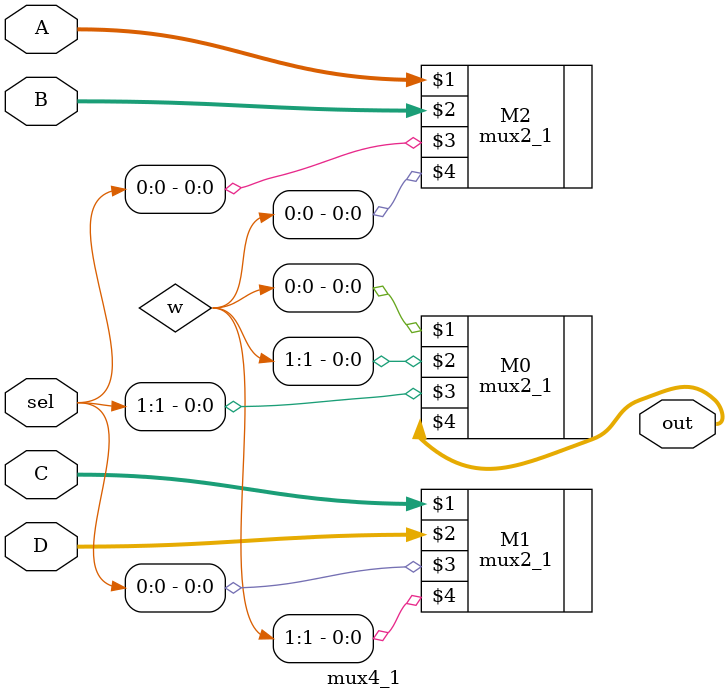
<source format=v>
`include "mux2_1.v"

module mux4_1
#(parameter N = 8)
(
	input wire [N-1:0] A,
	input wire [N-1:0] B,
	input wire [N-1:0] C,
	input wire [N-1:0] D,
	input wire [1:0] sel,
	output wire [N-1:0] out
);
wire [1:0] w;
mux2_1 M0	(w[0], w[1], sel[1], out);
mux2_1 M1 	(C, D, sel[0], w[1]);
mux2_1 M2 	(A, B, sel[0], w[0]);
endmodule
</source>
